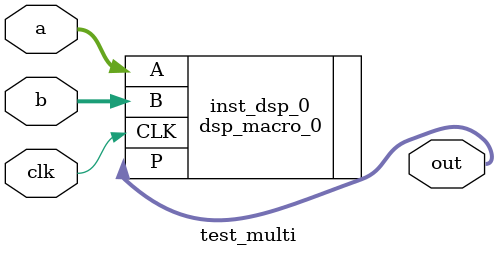
<source format=v>
module test_multi
(
	input [26:0] a,
	input [17:0] b,
    input clk,
    output [44:0] out
);

    dsp_macro_0 inst_dsp_0(
        .CLK(clk),
        .A(a),
        .B(b),
        .P(out));



endmodule
</source>
